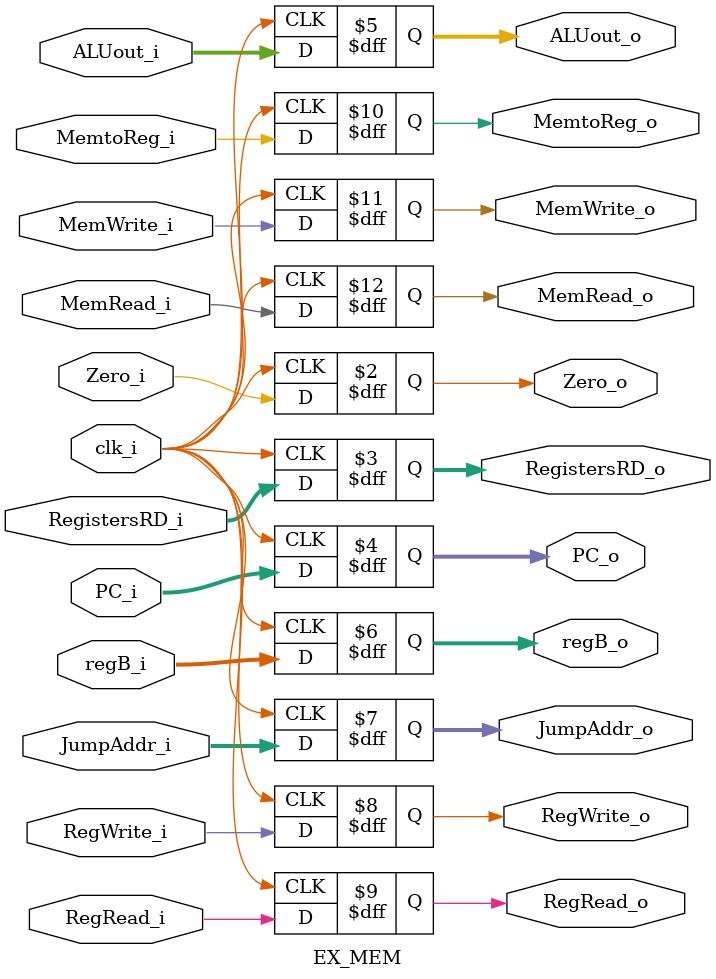
<source format=v>
module EX_MEM(
    clk_i,
    ALUout_i, //32bits
    Zero_i, //1 bit
    PC_i, //32bits
    regB_i, //32bits
    JumpAddr_i, //32bits
    RegistersRD_i, //32bits
    RegWrite_i,//control signal
    RegRead_i,
    MemtoReg_i,
    MemWrite_i,
    MemRead_i,

    ALUout_o,
    Zero_o,
    PC_o,
    regB_o,
    JumpAddr_o,
    RegistersRD_o,
    RegWrite_o,
    RegRead_o,
    MemtoReg_o,
    MemWrite_o,
    MemRead_o
);
input clk_i, Zero_i;
input [4:0] RegistersRD_i;
input [31:0] PC_i, ALUout_i, regB_i, JumpAddr_i;
//control signal
input RegWrite_i, RegRead_i, MemtoReg_i, MemWrite_i, MemRead_i;

output Zero_o;
output [4:0] RegistersRD_o;
output [31:0] PC_o,ALUout_o, regB_o, JumpAddr_o;
//control signal
output RegWrite_o, RegRead_o, MemtoReg_o, MemWrite_o, MemRead_o;
reg Zero_o, PC_o, ALUout_o, regB_o, JumpAddr_o, RegistersRD_o, RegWrite_o, RegRead_o, MemtoReg_o, MemWrite_o, MemRead_o;

always@(posedge clk_i)
begin
  ALUout_o <= ALUout_i;
  Zero_o <= Zero_i;
  PC_o <= PC_i;
  regB_o <= regB_i;
  JumpAddr_o <= JumpAddr_i;
  RegistersRD_o <= RegistersRD_i;
  RegWrite_o <= RegWrite_i;
  RegRead_o <= RegRead_i;
  MemtoReg_o <= MemtoReg_i;
  MemWrite_o <= MemWrite_i;
  MemRead_o <= MemRead_i;
end
endmodule

</source>
